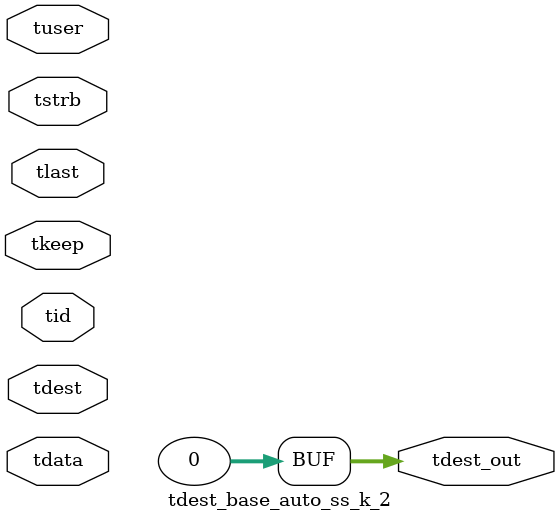
<source format=v>


`timescale 1ps/1ps

module tdest_base_auto_ss_k_2 #
(
parameter C_S_AXIS_TDATA_WIDTH = 32,
parameter C_S_AXIS_TUSER_WIDTH = 0,
parameter C_S_AXIS_TID_WIDTH   = 0,
parameter C_S_AXIS_TDEST_WIDTH = 0,
parameter C_M_AXIS_TDEST_WIDTH = 32
)
(
input  [(C_S_AXIS_TDATA_WIDTH == 0 ? 1 : C_S_AXIS_TDATA_WIDTH)-1:0     ] tdata,
input  [(C_S_AXIS_TUSER_WIDTH == 0 ? 1 : C_S_AXIS_TUSER_WIDTH)-1:0     ] tuser,
input  [(C_S_AXIS_TID_WIDTH   == 0 ? 1 : C_S_AXIS_TID_WIDTH)-1:0       ] tid,
input  [(C_S_AXIS_TDEST_WIDTH == 0 ? 1 : C_S_AXIS_TDEST_WIDTH)-1:0     ] tdest,
input  [(C_S_AXIS_TDATA_WIDTH/8)-1:0 ] tkeep,
input  [(C_S_AXIS_TDATA_WIDTH/8)-1:0 ] tstrb,
input                                                                    tlast,
output [C_M_AXIS_TDEST_WIDTH-1:0] tdest_out
);

assign tdest_out = {1'b0};

endmodule


</source>
